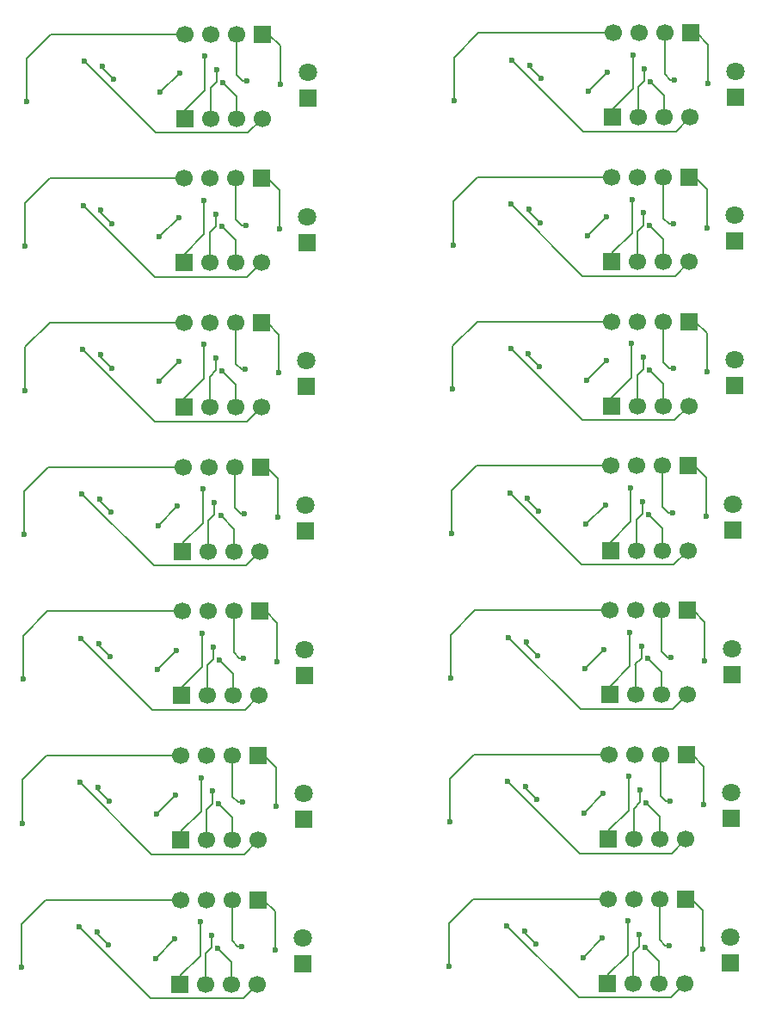
<source format=gbr>
%TF.GenerationSoftware,KiCad,Pcbnew,9.0.6*%
%TF.CreationDate,2025-12-18T22:22:39+05:30*%
%TF.ProjectId,Attiny85_USB_panel,41747469-6e79-4383-955f-5553425f7061,rev?*%
%TF.SameCoordinates,Original*%
%TF.FileFunction,Copper,L2,Bot*%
%TF.FilePolarity,Positive*%
%FSLAX46Y46*%
G04 Gerber Fmt 4.6, Leading zero omitted, Abs format (unit mm)*
G04 Created by KiCad (PCBNEW 9.0.6) date 2025-12-18 22:22:39*
%MOMM*%
%LPD*%
G01*
G04 APERTURE LIST*
%TA.AperFunction,ComponentPad*%
%ADD10R,1.800000X1.800000*%
%TD*%
%TA.AperFunction,ComponentPad*%
%ADD11C,1.800000*%
%TD*%
%TA.AperFunction,ComponentPad*%
%ADD12R,1.700000X1.700000*%
%TD*%
%TA.AperFunction,ComponentPad*%
%ADD13C,1.700000*%
%TD*%
%TA.AperFunction,ViaPad*%
%ADD14C,0.600000*%
%TD*%
%TA.AperFunction,Conductor*%
%ADD15C,0.200000*%
%TD*%
G04 APERTURE END LIST*
D10*
%TO.P,D3,1,K*%
%TO.N,GND*%
X132450000Y-150690000D03*
D11*
%TO.P,D3,2,A*%
%TO.N,Net-(D3-A)*%
X132450000Y-148150000D03*
%TD*%
D12*
%TO.P,J2,1,1Pin_4*%
%TO.N,Net-(J2-1Pin_4)*%
X85920000Y-144500000D03*
D13*
%TO.P,J2,2,Pin_3*%
%TO.N,Net-(J2-Pin_3)*%
X83380000Y-144500000D03*
%TO.P,J2,3,Pin_2*%
%TO.N,Net-(J2-Pin_2)*%
X80840000Y-144500000D03*
%TO.P,J2,4,Pin_1*%
%TO.N,+5V*%
X78300000Y-144500000D03*
%TD*%
D12*
%TO.P,J1,1,Pin_4*%
%TO.N,Net-(J1-Pin_4)*%
X78270000Y-152800000D03*
D13*
%TO.P,J1,2,Pin_3*%
%TO.N,Net-(J1-Pin_3)*%
X80810000Y-152800000D03*
%TO.P,J1,3,Pin_2*%
%TO.N,Net-(J1-Pin_2)*%
X83350000Y-152800000D03*
%TO.P,J1,4,Pin_1*%
%TO.N,GND*%
X85890000Y-152800000D03*
%TD*%
D12*
%TO.P,J2,1,1Pin_4*%
%TO.N,Net-(J2-1Pin_4)*%
X128020000Y-144400000D03*
D13*
%TO.P,J2,2,Pin_3*%
%TO.N,Net-(J2-Pin_3)*%
X125480000Y-144400000D03*
%TO.P,J2,3,Pin_2*%
%TO.N,Net-(J2-Pin_2)*%
X122940000Y-144400000D03*
%TO.P,J2,4,Pin_1*%
%TO.N,+5V*%
X120400000Y-144400000D03*
%TD*%
D12*
%TO.P,J1,1,Pin_4*%
%TO.N,Net-(J1-Pin_4)*%
X120370000Y-152700000D03*
D13*
%TO.P,J1,2,Pin_3*%
%TO.N,Net-(J1-Pin_3)*%
X122910000Y-152700000D03*
%TO.P,J1,3,Pin_2*%
%TO.N,Net-(J1-Pin_2)*%
X125450000Y-152700000D03*
%TO.P,J1,4,Pin_1*%
%TO.N,GND*%
X127990000Y-152700000D03*
%TD*%
D10*
%TO.P,D3,1,K*%
%TO.N,GND*%
X90350000Y-150790000D03*
D11*
%TO.P,D3,2,A*%
%TO.N,Net-(D3-A)*%
X90350000Y-148250000D03*
%TD*%
D10*
%TO.P,D3,1,K*%
%TO.N,GND*%
X132632000Y-122286000D03*
D11*
%TO.P,D3,2,A*%
%TO.N,Net-(D3-A)*%
X132632000Y-119746000D03*
%TD*%
D12*
%TO.P,J2,1,1Pin_4*%
%TO.N,Net-(J2-1Pin_4)*%
X128102000Y-130196000D03*
D13*
%TO.P,J2,2,Pin_3*%
%TO.N,Net-(J2-Pin_3)*%
X125562000Y-130196000D03*
%TO.P,J2,3,Pin_2*%
%TO.N,Net-(J2-Pin_2)*%
X123022000Y-130196000D03*
%TO.P,J2,4,Pin_1*%
%TO.N,+5V*%
X120482000Y-130196000D03*
%TD*%
D10*
%TO.P,D3,1,K*%
%TO.N,GND*%
X90432000Y-136586000D03*
D11*
%TO.P,D3,2,A*%
%TO.N,Net-(D3-A)*%
X90432000Y-134046000D03*
%TD*%
D12*
%TO.P,J1,1,Pin_4*%
%TO.N,Net-(J1-Pin_4)*%
X78352000Y-138596000D03*
D13*
%TO.P,J1,2,Pin_3*%
%TO.N,Net-(J1-Pin_3)*%
X80892000Y-138596000D03*
%TO.P,J1,3,Pin_2*%
%TO.N,Net-(J1-Pin_2)*%
X83432000Y-138596000D03*
%TO.P,J1,4,Pin_1*%
%TO.N,GND*%
X85972000Y-138596000D03*
%TD*%
D12*
%TO.P,J2,1,1Pin_4*%
%TO.N,Net-(J2-1Pin_4)*%
X86002000Y-130296000D03*
D13*
%TO.P,J2,2,Pin_3*%
%TO.N,Net-(J2-Pin_3)*%
X83462000Y-130296000D03*
%TO.P,J2,3,Pin_2*%
%TO.N,Net-(J2-Pin_2)*%
X80922000Y-130296000D03*
%TO.P,J2,4,Pin_1*%
%TO.N,+5V*%
X78382000Y-130296000D03*
%TD*%
D12*
%TO.P,J1,1,Pin_4*%
%TO.N,Net-(J1-Pin_4)*%
X120452000Y-138496000D03*
D13*
%TO.P,J1,2,Pin_3*%
%TO.N,Net-(J1-Pin_3)*%
X122992000Y-138496000D03*
%TO.P,J1,3,Pin_2*%
%TO.N,Net-(J1-Pin_2)*%
X125532000Y-138496000D03*
%TO.P,J1,4,Pin_1*%
%TO.N,GND*%
X128072000Y-138496000D03*
%TD*%
D10*
%TO.P,D3,1,K*%
%TO.N,GND*%
X132532000Y-136486000D03*
D11*
%TO.P,D3,2,A*%
%TO.N,Net-(D3-A)*%
X132532000Y-133946000D03*
%TD*%
D12*
%TO.P,J2,1,1Pin_4*%
%TO.N,Net-(J2-1Pin_4)*%
X86102000Y-116096000D03*
D13*
%TO.P,J2,2,Pin_3*%
%TO.N,Net-(J2-Pin_3)*%
X83562000Y-116096000D03*
%TO.P,J2,3,Pin_2*%
%TO.N,Net-(J2-Pin_2)*%
X81022000Y-116096000D03*
%TO.P,J2,4,Pin_1*%
%TO.N,+5V*%
X78482000Y-116096000D03*
%TD*%
D12*
%TO.P,J1,1,Pin_4*%
%TO.N,Net-(J1-Pin_4)*%
X78452000Y-124396000D03*
D13*
%TO.P,J1,2,Pin_3*%
%TO.N,Net-(J1-Pin_3)*%
X80992000Y-124396000D03*
%TO.P,J1,3,Pin_2*%
%TO.N,Net-(J1-Pin_2)*%
X83532000Y-124396000D03*
%TO.P,J1,4,Pin_1*%
%TO.N,GND*%
X86072000Y-124396000D03*
%TD*%
D12*
%TO.P,J2,1,1Pin_4*%
%TO.N,Net-(J2-1Pin_4)*%
X128202000Y-115996000D03*
D13*
%TO.P,J2,2,Pin_3*%
%TO.N,Net-(J2-Pin_3)*%
X125662000Y-115996000D03*
%TO.P,J2,3,Pin_2*%
%TO.N,Net-(J2-Pin_2)*%
X123122000Y-115996000D03*
%TO.P,J2,4,Pin_1*%
%TO.N,+5V*%
X120582000Y-115996000D03*
%TD*%
D12*
%TO.P,J1,1,Pin_4*%
%TO.N,Net-(J1-Pin_4)*%
X120552000Y-124296000D03*
D13*
%TO.P,J1,2,Pin_3*%
%TO.N,Net-(J1-Pin_3)*%
X123092000Y-124296000D03*
%TO.P,J1,3,Pin_2*%
%TO.N,Net-(J1-Pin_2)*%
X125632000Y-124296000D03*
%TO.P,J1,4,Pin_1*%
%TO.N,GND*%
X128172000Y-124296000D03*
%TD*%
D10*
%TO.P,D3,1,K*%
%TO.N,GND*%
X90532000Y-122386000D03*
D11*
%TO.P,D3,2,A*%
%TO.N,Net-(D3-A)*%
X90532000Y-119846000D03*
%TD*%
D10*
%TO.P,D3,1,K*%
%TO.N,GND*%
X132832000Y-93886000D03*
D11*
%TO.P,D3,2,A*%
%TO.N,Net-(D3-A)*%
X132832000Y-91346000D03*
%TD*%
D12*
%TO.P,J2,1,1Pin_4*%
%TO.N,Net-(J2-1Pin_4)*%
X128302000Y-101796000D03*
D13*
%TO.P,J2,2,Pin_3*%
%TO.N,Net-(J2-Pin_3)*%
X125762000Y-101796000D03*
%TO.P,J2,3,Pin_2*%
%TO.N,Net-(J2-Pin_2)*%
X123222000Y-101796000D03*
%TO.P,J2,4,Pin_1*%
%TO.N,+5V*%
X120682000Y-101796000D03*
%TD*%
D10*
%TO.P,D3,1,K*%
%TO.N,GND*%
X90632000Y-108186000D03*
D11*
%TO.P,D3,2,A*%
%TO.N,Net-(D3-A)*%
X90632000Y-105646000D03*
%TD*%
D12*
%TO.P,J1,1,Pin_4*%
%TO.N,Net-(J1-Pin_4)*%
X78552000Y-110196000D03*
D13*
%TO.P,J1,2,Pin_3*%
%TO.N,Net-(J1-Pin_3)*%
X81092000Y-110196000D03*
%TO.P,J1,3,Pin_2*%
%TO.N,Net-(J1-Pin_2)*%
X83632000Y-110196000D03*
%TO.P,J1,4,Pin_1*%
%TO.N,GND*%
X86172000Y-110196000D03*
%TD*%
D12*
%TO.P,J2,1,1Pin_4*%
%TO.N,Net-(J2-1Pin_4)*%
X86202000Y-101896000D03*
D13*
%TO.P,J2,2,Pin_3*%
%TO.N,Net-(J2-Pin_3)*%
X83662000Y-101896000D03*
%TO.P,J2,3,Pin_2*%
%TO.N,Net-(J2-Pin_2)*%
X81122000Y-101896000D03*
%TO.P,J2,4,Pin_1*%
%TO.N,+5V*%
X78582000Y-101896000D03*
%TD*%
D12*
%TO.P,J1,1,Pin_4*%
%TO.N,Net-(J1-Pin_4)*%
X120652000Y-110096000D03*
D13*
%TO.P,J1,2,Pin_3*%
%TO.N,Net-(J1-Pin_3)*%
X123192000Y-110096000D03*
%TO.P,J1,3,Pin_2*%
%TO.N,Net-(J1-Pin_2)*%
X125732000Y-110096000D03*
%TO.P,J1,4,Pin_1*%
%TO.N,GND*%
X128272000Y-110096000D03*
%TD*%
D10*
%TO.P,D3,1,K*%
%TO.N,GND*%
X132732000Y-108086000D03*
D11*
%TO.P,D3,2,A*%
%TO.N,Net-(D3-A)*%
X132732000Y-105546000D03*
%TD*%
D12*
%TO.P,J2,1,1Pin_4*%
%TO.N,Net-(J2-1Pin_4)*%
X86302000Y-87696000D03*
D13*
%TO.P,J2,2,Pin_3*%
%TO.N,Net-(J2-Pin_3)*%
X83762000Y-87696000D03*
%TO.P,J2,3,Pin_2*%
%TO.N,Net-(J2-Pin_2)*%
X81222000Y-87696000D03*
%TO.P,J2,4,Pin_1*%
%TO.N,+5V*%
X78682000Y-87696000D03*
%TD*%
D12*
%TO.P,J1,1,Pin_4*%
%TO.N,Net-(J1-Pin_4)*%
X78652000Y-95996000D03*
D13*
%TO.P,J1,2,Pin_3*%
%TO.N,Net-(J1-Pin_3)*%
X81192000Y-95996000D03*
%TO.P,J1,3,Pin_2*%
%TO.N,Net-(J1-Pin_2)*%
X83732000Y-95996000D03*
%TO.P,J1,4,Pin_1*%
%TO.N,GND*%
X86272000Y-95996000D03*
%TD*%
D12*
%TO.P,J2,1,1Pin_4*%
%TO.N,Net-(J2-1Pin_4)*%
X128402000Y-87596000D03*
D13*
%TO.P,J2,2,Pin_3*%
%TO.N,Net-(J2-Pin_3)*%
X125862000Y-87596000D03*
%TO.P,J2,3,Pin_2*%
%TO.N,Net-(J2-Pin_2)*%
X123322000Y-87596000D03*
%TO.P,J2,4,Pin_1*%
%TO.N,+5V*%
X120782000Y-87596000D03*
%TD*%
D12*
%TO.P,J1,1,Pin_4*%
%TO.N,Net-(J1-Pin_4)*%
X120752000Y-95896000D03*
D13*
%TO.P,J1,2,Pin_3*%
%TO.N,Net-(J1-Pin_3)*%
X123292000Y-95896000D03*
%TO.P,J1,3,Pin_2*%
%TO.N,Net-(J1-Pin_2)*%
X125832000Y-95896000D03*
%TO.P,J1,4,Pin_1*%
%TO.N,GND*%
X128372000Y-95896000D03*
%TD*%
D10*
%TO.P,D3,1,K*%
%TO.N,GND*%
X90732000Y-93986000D03*
D11*
%TO.P,D3,2,A*%
%TO.N,Net-(D3-A)*%
X90732000Y-91446000D03*
%TD*%
D10*
%TO.P,D3,1,K*%
%TO.N,GND*%
X132850000Y-79690000D03*
D11*
%TO.P,D3,2,A*%
%TO.N,Net-(D3-A)*%
X132850000Y-77150000D03*
%TD*%
D12*
%TO.P,J2,1,1Pin_4*%
%TO.N,Net-(J2-1Pin_4)*%
X86320000Y-73500000D03*
D13*
%TO.P,J2,2,Pin_3*%
%TO.N,Net-(J2-Pin_3)*%
X83780000Y-73500000D03*
%TO.P,J2,3,Pin_2*%
%TO.N,Net-(J2-Pin_2)*%
X81240000Y-73500000D03*
%TO.P,J2,4,Pin_1*%
%TO.N,+5V*%
X78700000Y-73500000D03*
%TD*%
D12*
%TO.P,J1,1,Pin_4*%
%TO.N,Net-(J1-Pin_4)*%
X78670000Y-81800000D03*
D13*
%TO.P,J1,2,Pin_3*%
%TO.N,Net-(J1-Pin_3)*%
X81210000Y-81800000D03*
%TO.P,J1,3,Pin_2*%
%TO.N,Net-(J1-Pin_2)*%
X83750000Y-81800000D03*
%TO.P,J1,4,Pin_1*%
%TO.N,GND*%
X86290000Y-81800000D03*
%TD*%
D12*
%TO.P,J2,1,1Pin_4*%
%TO.N,Net-(J2-1Pin_4)*%
X128420000Y-73400000D03*
D13*
%TO.P,J2,2,Pin_3*%
%TO.N,Net-(J2-Pin_3)*%
X125880000Y-73400000D03*
%TO.P,J2,3,Pin_2*%
%TO.N,Net-(J2-Pin_2)*%
X123340000Y-73400000D03*
%TO.P,J2,4,Pin_1*%
%TO.N,+5V*%
X120800000Y-73400000D03*
%TD*%
D12*
%TO.P,J1,1,Pin_4*%
%TO.N,Net-(J1-Pin_4)*%
X120770000Y-81700000D03*
D13*
%TO.P,J1,2,Pin_3*%
%TO.N,Net-(J1-Pin_3)*%
X123310000Y-81700000D03*
%TO.P,J1,3,Pin_2*%
%TO.N,Net-(J1-Pin_2)*%
X125850000Y-81700000D03*
%TO.P,J1,4,Pin_1*%
%TO.N,GND*%
X128390000Y-81700000D03*
%TD*%
D10*
%TO.P,D3,1,K*%
%TO.N,GND*%
X90750000Y-79790000D03*
D11*
%TO.P,D3,2,A*%
%TO.N,Net-(D3-A)*%
X90750000Y-77250000D03*
%TD*%
D12*
%TO.P,J2,1,1Pin_4*%
%TO.N,Net-(J2-1Pin_4)*%
X128520000Y-59200000D03*
D13*
%TO.P,J2,2,Pin_3*%
%TO.N,Net-(J2-Pin_3)*%
X125980000Y-59200000D03*
%TO.P,J2,3,Pin_2*%
%TO.N,Net-(J2-Pin_2)*%
X123440000Y-59200000D03*
%TO.P,J2,4,Pin_1*%
%TO.N,+5V*%
X120900000Y-59200000D03*
%TD*%
D12*
%TO.P,J1,1,Pin_4*%
%TO.N,Net-(J1-Pin_4)*%
X120870000Y-67500000D03*
D13*
%TO.P,J1,2,Pin_3*%
%TO.N,Net-(J1-Pin_3)*%
X123410000Y-67500000D03*
%TO.P,J1,3,Pin_2*%
%TO.N,Net-(J1-Pin_2)*%
X125950000Y-67500000D03*
%TO.P,J1,4,Pin_1*%
%TO.N,GND*%
X128490000Y-67500000D03*
%TD*%
D10*
%TO.P,D3,1,K*%
%TO.N,GND*%
X132950000Y-65490000D03*
D11*
%TO.P,D3,2,A*%
%TO.N,Net-(D3-A)*%
X132950000Y-62950000D03*
%TD*%
D10*
%TO.P,D3,1,K*%
%TO.N,GND*%
X90850000Y-65590000D03*
D11*
%TO.P,D3,2,A*%
%TO.N,Net-(D3-A)*%
X90850000Y-63050000D03*
%TD*%
D12*
%TO.P,J1,1,Pin_4*%
%TO.N,Net-(J1-Pin_4)*%
X78770000Y-67600000D03*
D13*
%TO.P,J1,2,Pin_3*%
%TO.N,Net-(J1-Pin_3)*%
X81310000Y-67600000D03*
%TO.P,J1,3,Pin_2*%
%TO.N,Net-(J1-Pin_2)*%
X83850000Y-67600000D03*
%TO.P,J1,4,Pin_1*%
%TO.N,GND*%
X86390000Y-67600000D03*
%TD*%
D12*
%TO.P,J2,1,1Pin_4*%
%TO.N,Net-(J2-1Pin_4)*%
X86420000Y-59300000D03*
D13*
%TO.P,J2,2,Pin_3*%
%TO.N,Net-(J2-Pin_3)*%
X83880000Y-59300000D03*
%TO.P,J2,3,Pin_2*%
%TO.N,Net-(J2-Pin_2)*%
X81340000Y-59300000D03*
%TO.P,J2,4,Pin_1*%
%TO.N,+5V*%
X78800000Y-59300000D03*
%TD*%
D14*
%TO.N,+5V*%
X104750000Y-151050000D03*
%TO.N,Net-(J1-Pin_4)*%
X122350000Y-146550000D03*
%TO.N,Net-(D2-K)*%
X112200000Y-147550000D03*
%TO.N,GND*%
X110450000Y-147050000D03*
%TO.N,Net-(J2-Pin_3)*%
X126450000Y-149000000D03*
%TO.N,Net-(D2-K)*%
X113300000Y-148850000D03*
%TO.N,Net-(J2-1Pin_4)*%
X129750000Y-149350000D03*
%TO.N,Net-(J1-Pin_3)*%
X119850000Y-148250000D03*
%TO.N,Net-(J1-Pin_2)*%
X124097536Y-149154321D03*
%TO.N,Net-(J1-Pin_3)*%
X123500000Y-147900000D03*
X117950000Y-150150000D03*
%TO.N,Net-(J2-1Pin_4)*%
X87650000Y-149450000D03*
%TO.N,Net-(J2-Pin_3)*%
X84350000Y-149100000D03*
%TO.N,Net-(J1-Pin_3)*%
X81400000Y-148000000D03*
X75850000Y-150250000D03*
%TO.N,Net-(D2-K)*%
X71200000Y-148950000D03*
%TO.N,Net-(J1-Pin_3)*%
X77750000Y-148350000D03*
%TO.N,GND*%
X68350000Y-147150000D03*
%TO.N,Net-(J1-Pin_4)*%
X80250000Y-146650000D03*
%TO.N,Net-(D2-K)*%
X70100000Y-147650000D03*
%TO.N,Net-(J1-Pin_2)*%
X81997536Y-149254321D03*
%TO.N,+5V*%
X62650000Y-151150000D03*
X104932000Y-122646000D03*
%TO.N,Net-(J1-Pin_2)*%
X82079536Y-135050321D03*
%TO.N,Net-(J1-Pin_4)*%
X122532000Y-118146000D03*
%TO.N,GND*%
X68432000Y-132946000D03*
%TO.N,Net-(J1-Pin_4)*%
X80332000Y-132446000D03*
%TO.N,Net-(D2-K)*%
X112382000Y-119146000D03*
%TO.N,GND*%
X110632000Y-118646000D03*
%TO.N,Net-(D2-K)*%
X70182000Y-133446000D03*
%TO.N,Net-(J2-Pin_3)*%
X126632000Y-120596000D03*
%TO.N,Net-(D2-K)*%
X113482000Y-120446000D03*
%TO.N,+5V*%
X62732000Y-136946000D03*
%TO.N,Net-(J2-1Pin_4)*%
X129932000Y-120946000D03*
%TO.N,Net-(J1-Pin_3)*%
X120032000Y-119846000D03*
%TO.N,Net-(J1-Pin_2)*%
X124279536Y-120750321D03*
%TO.N,Net-(J1-Pin_3)*%
X123682000Y-119496000D03*
X118132000Y-121746000D03*
X77832000Y-134146000D03*
X75932000Y-136046000D03*
%TO.N,Net-(J2-1Pin_4)*%
X129832000Y-135146000D03*
%TO.N,Net-(J1-Pin_3)*%
X119932000Y-134046000D03*
%TO.N,Net-(J1-Pin_4)*%
X122432000Y-132346000D03*
%TO.N,Net-(J1-Pin_3)*%
X118032000Y-135946000D03*
X123582000Y-133696000D03*
%TO.N,Net-(D2-K)*%
X71282000Y-134746000D03*
X112282000Y-133346000D03*
%TO.N,GND*%
X110532000Y-132846000D03*
%TO.N,Net-(J1-Pin_2)*%
X124179536Y-134950321D03*
%TO.N,Net-(J2-Pin_3)*%
X84432000Y-134896000D03*
%TO.N,Net-(J1-Pin_3)*%
X81482000Y-133796000D03*
%TO.N,Net-(J2-1Pin_4)*%
X87732000Y-135246000D03*
%TO.N,+5V*%
X104832000Y-136846000D03*
%TO.N,Net-(D2-K)*%
X113382000Y-134646000D03*
%TO.N,Net-(J2-Pin_3)*%
X126532000Y-134796000D03*
%TO.N,Net-(J2-1Pin_4)*%
X87832000Y-121046000D03*
%TO.N,Net-(J2-Pin_3)*%
X84532000Y-120696000D03*
%TO.N,Net-(J1-Pin_3)*%
X81582000Y-119596000D03*
X76032000Y-121846000D03*
%TO.N,Net-(D2-K)*%
X71382000Y-120546000D03*
%TO.N,Net-(J1-Pin_3)*%
X77932000Y-119946000D03*
%TO.N,GND*%
X68532000Y-118746000D03*
%TO.N,Net-(J1-Pin_4)*%
X80432000Y-118246000D03*
%TO.N,Net-(D2-K)*%
X70282000Y-119246000D03*
%TO.N,Net-(J1-Pin_2)*%
X82179536Y-120850321D03*
%TO.N,+5V*%
X62832000Y-122746000D03*
X105132000Y-94246000D03*
%TO.N,Net-(J1-Pin_2)*%
X82279536Y-106650321D03*
%TO.N,Net-(J1-Pin_4)*%
X122732000Y-89746000D03*
%TO.N,GND*%
X68632000Y-104546000D03*
%TO.N,Net-(J1-Pin_4)*%
X80532000Y-104046000D03*
%TO.N,Net-(D2-K)*%
X112582000Y-90746000D03*
%TO.N,GND*%
X110832000Y-90246000D03*
%TO.N,Net-(D2-K)*%
X70382000Y-105046000D03*
%TO.N,Net-(J2-Pin_3)*%
X126832000Y-92196000D03*
%TO.N,Net-(D2-K)*%
X113682000Y-92046000D03*
%TO.N,+5V*%
X62932000Y-108546000D03*
%TO.N,Net-(J2-1Pin_4)*%
X130132000Y-92546000D03*
%TO.N,Net-(J1-Pin_3)*%
X120232000Y-91446000D03*
%TO.N,Net-(J1-Pin_2)*%
X124479536Y-92350321D03*
%TO.N,Net-(J1-Pin_3)*%
X123882000Y-91096000D03*
X118332000Y-93346000D03*
X78032000Y-105746000D03*
X76132000Y-107646000D03*
%TO.N,Net-(J2-1Pin_4)*%
X130032000Y-106746000D03*
%TO.N,Net-(J1-Pin_3)*%
X120132000Y-105646000D03*
%TO.N,Net-(J1-Pin_4)*%
X122632000Y-103946000D03*
%TO.N,Net-(J1-Pin_3)*%
X118232000Y-107546000D03*
X123782000Y-105296000D03*
%TO.N,Net-(D2-K)*%
X71482000Y-106346000D03*
X112482000Y-104946000D03*
%TO.N,GND*%
X110732000Y-104446000D03*
%TO.N,Net-(J1-Pin_2)*%
X124379536Y-106550321D03*
%TO.N,Net-(J2-Pin_3)*%
X84632000Y-106496000D03*
%TO.N,Net-(J1-Pin_3)*%
X81682000Y-105396000D03*
%TO.N,Net-(J2-1Pin_4)*%
X87932000Y-106846000D03*
%TO.N,+5V*%
X105032000Y-108446000D03*
%TO.N,Net-(D2-K)*%
X113582000Y-106246000D03*
%TO.N,Net-(J2-Pin_3)*%
X126732000Y-106396000D03*
%TO.N,Net-(J2-1Pin_4)*%
X88032000Y-92646000D03*
%TO.N,Net-(J2-Pin_3)*%
X84732000Y-92296000D03*
%TO.N,Net-(J1-Pin_3)*%
X81782000Y-91196000D03*
X76232000Y-93446000D03*
%TO.N,Net-(D2-K)*%
X71582000Y-92146000D03*
%TO.N,Net-(J1-Pin_3)*%
X78132000Y-91546000D03*
%TO.N,GND*%
X68732000Y-90346000D03*
%TO.N,Net-(J1-Pin_4)*%
X80632000Y-89846000D03*
%TO.N,Net-(D2-K)*%
X70482000Y-90846000D03*
%TO.N,Net-(J1-Pin_2)*%
X82379536Y-92450321D03*
%TO.N,+5V*%
X63032000Y-94346000D03*
X105150000Y-80050000D03*
%TO.N,Net-(J1-Pin_4)*%
X122750000Y-75550000D03*
%TO.N,Net-(D2-K)*%
X112600000Y-76550000D03*
%TO.N,GND*%
X110850000Y-76050000D03*
%TO.N,Net-(J2-Pin_3)*%
X126850000Y-78000000D03*
%TO.N,Net-(D2-K)*%
X113700000Y-77850000D03*
%TO.N,Net-(J2-1Pin_4)*%
X130150000Y-78350000D03*
%TO.N,Net-(J1-Pin_3)*%
X120250000Y-77250000D03*
%TO.N,Net-(J1-Pin_2)*%
X124497536Y-78154321D03*
%TO.N,Net-(J1-Pin_3)*%
X123900000Y-76900000D03*
X118350000Y-79150000D03*
%TO.N,Net-(J2-1Pin_4)*%
X88050000Y-78450000D03*
%TO.N,Net-(J2-Pin_3)*%
X84750000Y-78100000D03*
%TO.N,Net-(J1-Pin_3)*%
X81800000Y-77000000D03*
X76250000Y-79250000D03*
%TO.N,Net-(D2-K)*%
X71600000Y-77950000D03*
%TO.N,Net-(J1-Pin_3)*%
X78150000Y-77350000D03*
%TO.N,GND*%
X68750000Y-76150000D03*
%TO.N,Net-(J1-Pin_4)*%
X80650000Y-75650000D03*
%TO.N,Net-(D2-K)*%
X70500000Y-76650000D03*
%TO.N,Net-(J1-Pin_2)*%
X82397536Y-78254321D03*
%TO.N,+5V*%
X63050000Y-80150000D03*
%TO.N,Net-(J2-1Pin_4)*%
X130250000Y-64150000D03*
%TO.N,Net-(J2-Pin_3)*%
X126950000Y-63800000D03*
%TO.N,Net-(J1-Pin_3)*%
X124000000Y-62700000D03*
X118450000Y-64950000D03*
%TO.N,Net-(D2-K)*%
X113800000Y-63650000D03*
%TO.N,Net-(J1-Pin_3)*%
X120350000Y-63050000D03*
%TO.N,GND*%
X110950000Y-61850000D03*
%TO.N,Net-(J1-Pin_4)*%
X122850000Y-61350000D03*
%TO.N,Net-(D2-K)*%
X112700000Y-62350000D03*
%TO.N,Net-(J1-Pin_2)*%
X124597536Y-63954321D03*
%TO.N,+5V*%
X105250000Y-65850000D03*
%TO.N,GND*%
X68850000Y-61950000D03*
%TO.N,+5V*%
X63150000Y-65950000D03*
%TO.N,Net-(D2-K)*%
X70600000Y-62450000D03*
X71700000Y-63750000D03*
%TO.N,Net-(J1-Pin_2)*%
X82497536Y-64054321D03*
%TO.N,Net-(J1-Pin_3)*%
X76350000Y-65050000D03*
X78250000Y-63150000D03*
X81900000Y-62800000D03*
%TO.N,Net-(J2-Pin_3)*%
X84850000Y-63900000D03*
%TO.N,Net-(J1-Pin_4)*%
X80750000Y-61450000D03*
%TO.N,Net-(J2-1Pin_4)*%
X88150000Y-64250000D03*
%TD*%
D15*
%TO.N,Net-(J2-1Pin_4)*%
X129750000Y-149350000D02*
X129750000Y-145550000D01*
%TO.N,Net-(J2-Pin_3)*%
X125480000Y-148430000D02*
X125480000Y-144400000D01*
X126450000Y-149000000D02*
X126050000Y-149000000D01*
%TO.N,Net-(J1-Pin_4)*%
X122350000Y-149900000D02*
X120370000Y-151880000D01*
X120370000Y-151880000D02*
X120370000Y-152700000D01*
X122350000Y-146550000D02*
X122350000Y-149900000D01*
%TO.N,Net-(J2-Pin_3)*%
X126050000Y-149000000D02*
X125480000Y-148430000D01*
%TO.N,Net-(J2-1Pin_4)*%
X129750000Y-145550000D02*
X128600000Y-144400000D01*
X128600000Y-144400000D02*
X128020000Y-144400000D01*
%TO.N,+5V*%
X107150000Y-144400000D02*
X120400000Y-144400000D01*
%TO.N,Net-(J2-1Pin_4)*%
X86500000Y-144500000D02*
X85920000Y-144500000D01*
%TO.N,Net-(J1-Pin_4)*%
X78270000Y-151980000D02*
X78270000Y-152800000D01*
%TO.N,Net-(J2-Pin_3)*%
X83950000Y-149100000D02*
X83380000Y-148530000D01*
X83380000Y-148530000D02*
X83380000Y-144500000D01*
%TO.N,Net-(J1-Pin_4)*%
X80250000Y-146650000D02*
X80250000Y-150000000D01*
%TO.N,Net-(J2-1Pin_4)*%
X87650000Y-149450000D02*
X87650000Y-145650000D01*
%TO.N,Net-(J2-Pin_3)*%
X84350000Y-149100000D02*
X83950000Y-149100000D01*
%TO.N,Net-(J2-1Pin_4)*%
X87650000Y-145650000D02*
X86500000Y-144500000D01*
%TO.N,Net-(J1-Pin_4)*%
X80250000Y-150000000D02*
X78270000Y-151980000D01*
%TO.N,GND*%
X75403000Y-154203000D02*
X84487000Y-154203000D01*
X84487000Y-154203000D02*
X85890000Y-152800000D01*
X68350000Y-147150000D02*
X75403000Y-154203000D01*
%TO.N,Net-(D2-K)*%
X70100000Y-147850000D02*
X70100000Y-147650000D01*
X71200000Y-148950000D02*
X70100000Y-147850000D01*
%TO.N,+5V*%
X62650000Y-146900000D02*
X65050000Y-144500000D01*
X62650000Y-151150000D02*
X62650000Y-146900000D01*
X65050000Y-144500000D02*
X78300000Y-144500000D01*
%TO.N,Net-(J1-Pin_3)*%
X80810000Y-149810000D02*
X80810000Y-152800000D01*
%TO.N,Net-(J1-Pin_2)*%
X83350000Y-150606785D02*
X83350000Y-152800000D01*
%TO.N,Net-(J1-Pin_3)*%
X81400000Y-148000000D02*
X81400000Y-149200000D01*
X80800000Y-149800000D02*
X80810000Y-149810000D01*
X81400000Y-149200000D02*
X80800000Y-149800000D01*
%TO.N,Net-(J1-Pin_2)*%
X81997536Y-149254321D02*
X83350000Y-150606785D01*
%TO.N,Net-(J1-Pin_3)*%
X77750000Y-148350000D02*
X75850000Y-150250000D01*
%TO.N,GND*%
X126587000Y-154103000D02*
X127990000Y-152700000D01*
%TO.N,+5V*%
X104750000Y-146800000D02*
X107150000Y-144400000D01*
%TO.N,GND*%
X117503000Y-154103000D02*
X126587000Y-154103000D01*
X110450000Y-147050000D02*
X117503000Y-154103000D01*
%TO.N,Net-(D2-K)*%
X112200000Y-147750000D02*
X112200000Y-147550000D01*
X113300000Y-148850000D02*
X112200000Y-147750000D01*
%TO.N,+5V*%
X104750000Y-151050000D02*
X104750000Y-146800000D01*
%TO.N,Net-(J1-Pin_3)*%
X122910000Y-149710000D02*
X122910000Y-152700000D01*
%TO.N,Net-(J1-Pin_2)*%
X125450000Y-150506785D02*
X125450000Y-152700000D01*
%TO.N,Net-(J1-Pin_3)*%
X119850000Y-148250000D02*
X117950000Y-150150000D01*
X123500000Y-149100000D02*
X122900000Y-149700000D01*
X123500000Y-147900000D02*
X123500000Y-149100000D01*
%TO.N,Net-(J1-Pin_2)*%
X124097536Y-149154321D02*
X125450000Y-150506785D01*
%TO.N,Net-(J1-Pin_3)*%
X122900000Y-149700000D02*
X122910000Y-149710000D01*
%TO.N,Net-(J2-1Pin_4)*%
X129932000Y-120946000D02*
X129932000Y-117146000D01*
%TO.N,Net-(J2-Pin_3)*%
X125662000Y-120026000D02*
X125662000Y-115996000D01*
X126632000Y-120596000D02*
X126232000Y-120596000D01*
%TO.N,Net-(J1-Pin_4)*%
X122532000Y-121496000D02*
X120552000Y-123476000D01*
X120552000Y-123476000D02*
X120552000Y-124296000D01*
X122532000Y-118146000D02*
X122532000Y-121496000D01*
%TO.N,Net-(J2-Pin_3)*%
X126232000Y-120596000D02*
X125662000Y-120026000D01*
%TO.N,Net-(J2-1Pin_4)*%
X129932000Y-117146000D02*
X128782000Y-115996000D01*
X128782000Y-115996000D02*
X128202000Y-115996000D01*
%TO.N,+5V*%
X107332000Y-115996000D02*
X120582000Y-115996000D01*
%TO.N,Net-(J2-Pin_3)*%
X84432000Y-134896000D02*
X84032000Y-134896000D01*
%TO.N,Net-(J2-1Pin_4)*%
X86582000Y-130296000D02*
X86002000Y-130296000D01*
%TO.N,Net-(J1-Pin_4)*%
X78352000Y-137776000D02*
X78352000Y-138596000D01*
X80332000Y-135796000D02*
X78352000Y-137776000D01*
%TO.N,Net-(J2-1Pin_4)*%
X87732000Y-131446000D02*
X86582000Y-130296000D01*
X87732000Y-135246000D02*
X87732000Y-131446000D01*
%TO.N,Net-(J2-Pin_3)*%
X84032000Y-134896000D02*
X83462000Y-134326000D01*
X83462000Y-134326000D02*
X83462000Y-130296000D01*
%TO.N,Net-(J1-Pin_4)*%
X80332000Y-132446000D02*
X80332000Y-135796000D01*
%TO.N,GND*%
X75485000Y-139999000D02*
X84569000Y-139999000D01*
X68432000Y-132946000D02*
X75485000Y-139999000D01*
%TO.N,Net-(D2-K)*%
X70182000Y-133646000D02*
X70182000Y-133446000D01*
%TO.N,GND*%
X84569000Y-139999000D02*
X85972000Y-138596000D01*
%TO.N,Net-(D2-K)*%
X71282000Y-134746000D02*
X70182000Y-133646000D01*
%TO.N,+5V*%
X62732000Y-136946000D02*
X62732000Y-132696000D01*
X62732000Y-132696000D02*
X65132000Y-130296000D01*
%TO.N,Net-(J1-Pin_3)*%
X80892000Y-135606000D02*
X80892000Y-138596000D01*
%TO.N,+5V*%
X65132000Y-130296000D02*
X78382000Y-130296000D01*
%TO.N,Net-(J1-Pin_2)*%
X83432000Y-136402785D02*
X83432000Y-138596000D01*
%TO.N,Net-(J1-Pin_3)*%
X81482000Y-133796000D02*
X81482000Y-134996000D01*
X123582000Y-134896000D02*
X122982000Y-135496000D01*
%TO.N,+5V*%
X104832000Y-136846000D02*
X104832000Y-132596000D01*
%TO.N,Net-(J1-Pin_2)*%
X125532000Y-136302785D02*
X125532000Y-138496000D01*
%TO.N,Net-(J1-Pin_3)*%
X119932000Y-134046000D02*
X118032000Y-135946000D01*
%TO.N,Net-(D2-K)*%
X113382000Y-134646000D02*
X112282000Y-133546000D01*
%TO.N,Net-(J1-Pin_3)*%
X122992000Y-135506000D02*
X122992000Y-138496000D01*
X77832000Y-134146000D02*
X75932000Y-136046000D01*
%TO.N,GND*%
X126669000Y-139899000D02*
X128072000Y-138496000D01*
%TO.N,Net-(J1-Pin_3)*%
X80882000Y-135596000D02*
X80892000Y-135606000D01*
X81482000Y-134996000D02*
X80882000Y-135596000D01*
%TO.N,Net-(J1-Pin_2)*%
X82079536Y-135050321D02*
X83432000Y-136402785D01*
%TO.N,Net-(D2-K)*%
X112282000Y-133546000D02*
X112282000Y-133346000D01*
%TO.N,+5V*%
X104832000Y-132596000D02*
X107232000Y-130196000D01*
%TO.N,GND*%
X110532000Y-132846000D02*
X117585000Y-139899000D01*
X117585000Y-139899000D02*
X126669000Y-139899000D01*
%TO.N,Net-(J2-Pin_3)*%
X125562000Y-134226000D02*
X125562000Y-130196000D01*
X126532000Y-134796000D02*
X126132000Y-134796000D01*
%TO.N,Net-(J2-1Pin_4)*%
X129832000Y-135146000D02*
X129832000Y-131346000D01*
X129832000Y-131346000D02*
X128682000Y-130196000D01*
%TO.N,+5V*%
X107232000Y-130196000D02*
X120482000Y-130196000D01*
%TO.N,Net-(J2-Pin_3)*%
X126132000Y-134796000D02*
X125562000Y-134226000D01*
%TO.N,Net-(J1-Pin_4)*%
X122432000Y-135696000D02*
X120452000Y-137676000D01*
%TO.N,Net-(J2-1Pin_4)*%
X128682000Y-130196000D02*
X128102000Y-130196000D01*
%TO.N,Net-(J1-Pin_4)*%
X122432000Y-132346000D02*
X122432000Y-135696000D01*
X120452000Y-137676000D02*
X120452000Y-138496000D01*
%TO.N,Net-(J1-Pin_3)*%
X123582000Y-133696000D02*
X123582000Y-134896000D01*
%TO.N,Net-(J1-Pin_2)*%
X124179536Y-134950321D02*
X125532000Y-136302785D01*
%TO.N,Net-(J1-Pin_3)*%
X122982000Y-135496000D02*
X122992000Y-135506000D01*
%TO.N,Net-(J2-1Pin_4)*%
X86682000Y-116096000D02*
X86102000Y-116096000D01*
%TO.N,Net-(J1-Pin_4)*%
X78452000Y-123576000D02*
X78452000Y-124396000D01*
%TO.N,Net-(J2-Pin_3)*%
X84132000Y-120696000D02*
X83562000Y-120126000D01*
X83562000Y-120126000D02*
X83562000Y-116096000D01*
%TO.N,Net-(J1-Pin_4)*%
X80432000Y-118246000D02*
X80432000Y-121596000D01*
%TO.N,Net-(J2-1Pin_4)*%
X87832000Y-121046000D02*
X87832000Y-117246000D01*
%TO.N,Net-(J2-Pin_3)*%
X84532000Y-120696000D02*
X84132000Y-120696000D01*
%TO.N,Net-(J2-1Pin_4)*%
X87832000Y-117246000D02*
X86682000Y-116096000D01*
%TO.N,Net-(J1-Pin_4)*%
X80432000Y-121596000D02*
X78452000Y-123576000D01*
%TO.N,GND*%
X75585000Y-125799000D02*
X84669000Y-125799000D01*
X84669000Y-125799000D02*
X86072000Y-124396000D01*
X68532000Y-118746000D02*
X75585000Y-125799000D01*
%TO.N,Net-(D2-K)*%
X70282000Y-119446000D02*
X70282000Y-119246000D01*
X71382000Y-120546000D02*
X70282000Y-119446000D01*
%TO.N,+5V*%
X62832000Y-118496000D02*
X65232000Y-116096000D01*
X62832000Y-122746000D02*
X62832000Y-118496000D01*
X65232000Y-116096000D02*
X78482000Y-116096000D01*
%TO.N,Net-(J1-Pin_3)*%
X80992000Y-121406000D02*
X80992000Y-124396000D01*
%TO.N,Net-(J1-Pin_2)*%
X83532000Y-122202785D02*
X83532000Y-124396000D01*
%TO.N,Net-(J1-Pin_3)*%
X81582000Y-119596000D02*
X81582000Y-120796000D01*
X80982000Y-121396000D02*
X80992000Y-121406000D01*
X81582000Y-120796000D02*
X80982000Y-121396000D01*
%TO.N,Net-(J1-Pin_2)*%
X82179536Y-120850321D02*
X83532000Y-122202785D01*
%TO.N,Net-(J1-Pin_3)*%
X77932000Y-119946000D02*
X76032000Y-121846000D01*
%TO.N,GND*%
X126769000Y-125699000D02*
X128172000Y-124296000D01*
%TO.N,+5V*%
X104932000Y-118396000D02*
X107332000Y-115996000D01*
%TO.N,GND*%
X117685000Y-125699000D02*
X126769000Y-125699000D01*
X110632000Y-118646000D02*
X117685000Y-125699000D01*
%TO.N,Net-(D2-K)*%
X112382000Y-119346000D02*
X112382000Y-119146000D01*
X113482000Y-120446000D02*
X112382000Y-119346000D01*
%TO.N,+5V*%
X104932000Y-122646000D02*
X104932000Y-118396000D01*
%TO.N,Net-(J1-Pin_3)*%
X123092000Y-121306000D02*
X123092000Y-124296000D01*
%TO.N,Net-(J1-Pin_2)*%
X125632000Y-122102785D02*
X125632000Y-124296000D01*
%TO.N,Net-(J1-Pin_3)*%
X120032000Y-119846000D02*
X118132000Y-121746000D01*
X123682000Y-120696000D02*
X123082000Y-121296000D01*
X123682000Y-119496000D02*
X123682000Y-120696000D01*
%TO.N,Net-(J1-Pin_2)*%
X124279536Y-120750321D02*
X125632000Y-122102785D01*
%TO.N,Net-(J1-Pin_3)*%
X123082000Y-121296000D02*
X123092000Y-121306000D01*
%TO.N,Net-(J2-1Pin_4)*%
X130132000Y-92546000D02*
X130132000Y-88746000D01*
%TO.N,Net-(J2-Pin_3)*%
X125862000Y-91626000D02*
X125862000Y-87596000D01*
X126832000Y-92196000D02*
X126432000Y-92196000D01*
%TO.N,Net-(J1-Pin_4)*%
X122732000Y-93096000D02*
X120752000Y-95076000D01*
X120752000Y-95076000D02*
X120752000Y-95896000D01*
X122732000Y-89746000D02*
X122732000Y-93096000D01*
%TO.N,Net-(J2-Pin_3)*%
X126432000Y-92196000D02*
X125862000Y-91626000D01*
%TO.N,Net-(J2-1Pin_4)*%
X130132000Y-88746000D02*
X128982000Y-87596000D01*
X128982000Y-87596000D02*
X128402000Y-87596000D01*
%TO.N,+5V*%
X107532000Y-87596000D02*
X120782000Y-87596000D01*
%TO.N,Net-(J2-Pin_3)*%
X84632000Y-106496000D02*
X84232000Y-106496000D01*
%TO.N,Net-(J2-1Pin_4)*%
X86782000Y-101896000D02*
X86202000Y-101896000D01*
%TO.N,Net-(J1-Pin_4)*%
X78552000Y-109376000D02*
X78552000Y-110196000D01*
X80532000Y-107396000D02*
X78552000Y-109376000D01*
%TO.N,Net-(J2-1Pin_4)*%
X87932000Y-103046000D02*
X86782000Y-101896000D01*
X87932000Y-106846000D02*
X87932000Y-103046000D01*
%TO.N,Net-(J2-Pin_3)*%
X84232000Y-106496000D02*
X83662000Y-105926000D01*
X83662000Y-105926000D02*
X83662000Y-101896000D01*
%TO.N,Net-(J1-Pin_4)*%
X80532000Y-104046000D02*
X80532000Y-107396000D01*
%TO.N,GND*%
X75685000Y-111599000D02*
X84769000Y-111599000D01*
X68632000Y-104546000D02*
X75685000Y-111599000D01*
%TO.N,Net-(D2-K)*%
X70382000Y-105246000D02*
X70382000Y-105046000D01*
%TO.N,GND*%
X84769000Y-111599000D02*
X86172000Y-110196000D01*
%TO.N,Net-(D2-K)*%
X71482000Y-106346000D02*
X70382000Y-105246000D01*
%TO.N,+5V*%
X62932000Y-108546000D02*
X62932000Y-104296000D01*
X62932000Y-104296000D02*
X65332000Y-101896000D01*
%TO.N,Net-(J1-Pin_3)*%
X81092000Y-107206000D02*
X81092000Y-110196000D01*
%TO.N,+5V*%
X65332000Y-101896000D02*
X78582000Y-101896000D01*
%TO.N,Net-(J1-Pin_2)*%
X83632000Y-108002785D02*
X83632000Y-110196000D01*
%TO.N,Net-(J1-Pin_3)*%
X81682000Y-105396000D02*
X81682000Y-106596000D01*
X123782000Y-106496000D02*
X123182000Y-107096000D01*
%TO.N,+5V*%
X105032000Y-108446000D02*
X105032000Y-104196000D01*
%TO.N,Net-(J1-Pin_2)*%
X125732000Y-107902785D02*
X125732000Y-110096000D01*
%TO.N,Net-(J1-Pin_3)*%
X120132000Y-105646000D02*
X118232000Y-107546000D01*
%TO.N,Net-(D2-K)*%
X113582000Y-106246000D02*
X112482000Y-105146000D01*
%TO.N,Net-(J1-Pin_3)*%
X123192000Y-107106000D02*
X123192000Y-110096000D01*
X78032000Y-105746000D02*
X76132000Y-107646000D01*
%TO.N,GND*%
X126869000Y-111499000D02*
X128272000Y-110096000D01*
%TO.N,Net-(J1-Pin_3)*%
X81082000Y-107196000D02*
X81092000Y-107206000D01*
X81682000Y-106596000D02*
X81082000Y-107196000D01*
%TO.N,Net-(J1-Pin_2)*%
X82279536Y-106650321D02*
X83632000Y-108002785D01*
%TO.N,Net-(D2-K)*%
X112482000Y-105146000D02*
X112482000Y-104946000D01*
%TO.N,+5V*%
X105032000Y-104196000D02*
X107432000Y-101796000D01*
%TO.N,GND*%
X110732000Y-104446000D02*
X117785000Y-111499000D01*
X117785000Y-111499000D02*
X126869000Y-111499000D01*
%TO.N,Net-(J2-Pin_3)*%
X125762000Y-105826000D02*
X125762000Y-101796000D01*
X126732000Y-106396000D02*
X126332000Y-106396000D01*
%TO.N,Net-(J2-1Pin_4)*%
X130032000Y-106746000D02*
X130032000Y-102946000D01*
X130032000Y-102946000D02*
X128882000Y-101796000D01*
%TO.N,+5V*%
X107432000Y-101796000D02*
X120682000Y-101796000D01*
%TO.N,Net-(J2-Pin_3)*%
X126332000Y-106396000D02*
X125762000Y-105826000D01*
%TO.N,Net-(J1-Pin_4)*%
X122632000Y-107296000D02*
X120652000Y-109276000D01*
%TO.N,Net-(J2-1Pin_4)*%
X128882000Y-101796000D02*
X128302000Y-101796000D01*
%TO.N,Net-(J1-Pin_4)*%
X122632000Y-103946000D02*
X122632000Y-107296000D01*
X120652000Y-109276000D02*
X120652000Y-110096000D01*
%TO.N,Net-(J1-Pin_3)*%
X123782000Y-105296000D02*
X123782000Y-106496000D01*
%TO.N,Net-(J1-Pin_2)*%
X124379536Y-106550321D02*
X125732000Y-107902785D01*
%TO.N,Net-(J1-Pin_3)*%
X123182000Y-107096000D02*
X123192000Y-107106000D01*
%TO.N,Net-(J2-1Pin_4)*%
X86882000Y-87696000D02*
X86302000Y-87696000D01*
%TO.N,Net-(J1-Pin_4)*%
X78652000Y-95176000D02*
X78652000Y-95996000D01*
%TO.N,Net-(J2-Pin_3)*%
X84332000Y-92296000D02*
X83762000Y-91726000D01*
X83762000Y-91726000D02*
X83762000Y-87696000D01*
%TO.N,Net-(J1-Pin_4)*%
X80632000Y-89846000D02*
X80632000Y-93196000D01*
%TO.N,Net-(J2-1Pin_4)*%
X88032000Y-92646000D02*
X88032000Y-88846000D01*
%TO.N,Net-(J2-Pin_3)*%
X84732000Y-92296000D02*
X84332000Y-92296000D01*
%TO.N,Net-(J2-1Pin_4)*%
X88032000Y-88846000D02*
X86882000Y-87696000D01*
%TO.N,Net-(J1-Pin_4)*%
X80632000Y-93196000D02*
X78652000Y-95176000D01*
%TO.N,GND*%
X75785000Y-97399000D02*
X84869000Y-97399000D01*
X84869000Y-97399000D02*
X86272000Y-95996000D01*
X68732000Y-90346000D02*
X75785000Y-97399000D01*
%TO.N,Net-(D2-K)*%
X70482000Y-91046000D02*
X70482000Y-90846000D01*
X71582000Y-92146000D02*
X70482000Y-91046000D01*
%TO.N,+5V*%
X63032000Y-90096000D02*
X65432000Y-87696000D01*
X63032000Y-94346000D02*
X63032000Y-90096000D01*
X65432000Y-87696000D02*
X78682000Y-87696000D01*
%TO.N,Net-(J1-Pin_3)*%
X81192000Y-93006000D02*
X81192000Y-95996000D01*
%TO.N,Net-(J1-Pin_2)*%
X83732000Y-93802785D02*
X83732000Y-95996000D01*
%TO.N,Net-(J1-Pin_3)*%
X81782000Y-91196000D02*
X81782000Y-92396000D01*
X81182000Y-92996000D02*
X81192000Y-93006000D01*
X81782000Y-92396000D02*
X81182000Y-92996000D01*
%TO.N,Net-(J1-Pin_2)*%
X82379536Y-92450321D02*
X83732000Y-93802785D01*
%TO.N,Net-(J1-Pin_3)*%
X78132000Y-91546000D02*
X76232000Y-93446000D01*
%TO.N,GND*%
X126969000Y-97299000D02*
X128372000Y-95896000D01*
%TO.N,+5V*%
X105132000Y-89996000D02*
X107532000Y-87596000D01*
%TO.N,GND*%
X117885000Y-97299000D02*
X126969000Y-97299000D01*
X110832000Y-90246000D02*
X117885000Y-97299000D01*
%TO.N,Net-(D2-K)*%
X112582000Y-90946000D02*
X112582000Y-90746000D01*
X113682000Y-92046000D02*
X112582000Y-90946000D01*
%TO.N,+5V*%
X105132000Y-94246000D02*
X105132000Y-89996000D01*
%TO.N,Net-(J1-Pin_3)*%
X123292000Y-92906000D02*
X123292000Y-95896000D01*
%TO.N,Net-(J1-Pin_2)*%
X125832000Y-93702785D02*
X125832000Y-95896000D01*
%TO.N,Net-(J1-Pin_3)*%
X120232000Y-91446000D02*
X118332000Y-93346000D01*
X123882000Y-92296000D02*
X123282000Y-92896000D01*
X123882000Y-91096000D02*
X123882000Y-92296000D01*
%TO.N,Net-(J1-Pin_2)*%
X124479536Y-92350321D02*
X125832000Y-93702785D01*
%TO.N,Net-(J1-Pin_3)*%
X123282000Y-92896000D02*
X123292000Y-92906000D01*
%TO.N,Net-(J2-1Pin_4)*%
X130150000Y-78350000D02*
X130150000Y-74550000D01*
%TO.N,Net-(J2-Pin_3)*%
X125880000Y-77430000D02*
X125880000Y-73400000D01*
X126850000Y-78000000D02*
X126450000Y-78000000D01*
%TO.N,Net-(J1-Pin_4)*%
X122750000Y-78900000D02*
X120770000Y-80880000D01*
X120770000Y-80880000D02*
X120770000Y-81700000D01*
X122750000Y-75550000D02*
X122750000Y-78900000D01*
%TO.N,Net-(J2-Pin_3)*%
X126450000Y-78000000D02*
X125880000Y-77430000D01*
%TO.N,Net-(J2-1Pin_4)*%
X130150000Y-74550000D02*
X129000000Y-73400000D01*
X129000000Y-73400000D02*
X128420000Y-73400000D01*
%TO.N,+5V*%
X107550000Y-73400000D02*
X120800000Y-73400000D01*
%TO.N,Net-(J2-1Pin_4)*%
X86900000Y-73500000D02*
X86320000Y-73500000D01*
%TO.N,Net-(J1-Pin_4)*%
X78670000Y-80980000D02*
X78670000Y-81800000D01*
%TO.N,Net-(J2-Pin_3)*%
X84350000Y-78100000D02*
X83780000Y-77530000D01*
X83780000Y-77530000D02*
X83780000Y-73500000D01*
%TO.N,Net-(J1-Pin_4)*%
X80650000Y-75650000D02*
X80650000Y-79000000D01*
%TO.N,Net-(J2-1Pin_4)*%
X88050000Y-78450000D02*
X88050000Y-74650000D01*
%TO.N,Net-(J2-Pin_3)*%
X84750000Y-78100000D02*
X84350000Y-78100000D01*
%TO.N,Net-(J2-1Pin_4)*%
X88050000Y-74650000D02*
X86900000Y-73500000D01*
%TO.N,Net-(J1-Pin_4)*%
X80650000Y-79000000D02*
X78670000Y-80980000D01*
%TO.N,GND*%
X75803000Y-83203000D02*
X84887000Y-83203000D01*
X84887000Y-83203000D02*
X86290000Y-81800000D01*
X68750000Y-76150000D02*
X75803000Y-83203000D01*
%TO.N,Net-(D2-K)*%
X70500000Y-76850000D02*
X70500000Y-76650000D01*
X71600000Y-77950000D02*
X70500000Y-76850000D01*
%TO.N,+5V*%
X63050000Y-75900000D02*
X65450000Y-73500000D01*
X63050000Y-80150000D02*
X63050000Y-75900000D01*
X65450000Y-73500000D02*
X78700000Y-73500000D01*
%TO.N,Net-(J1-Pin_3)*%
X81210000Y-78810000D02*
X81210000Y-81800000D01*
%TO.N,Net-(J1-Pin_2)*%
X83750000Y-79606785D02*
X83750000Y-81800000D01*
%TO.N,Net-(J1-Pin_3)*%
X81800000Y-77000000D02*
X81800000Y-78200000D01*
X81200000Y-78800000D02*
X81210000Y-78810000D01*
X81800000Y-78200000D02*
X81200000Y-78800000D01*
%TO.N,Net-(J1-Pin_2)*%
X82397536Y-78254321D02*
X83750000Y-79606785D01*
%TO.N,Net-(J1-Pin_3)*%
X78150000Y-77350000D02*
X76250000Y-79250000D01*
%TO.N,GND*%
X126987000Y-83103000D02*
X128390000Y-81700000D01*
%TO.N,+5V*%
X105150000Y-75800000D02*
X107550000Y-73400000D01*
%TO.N,GND*%
X117903000Y-83103000D02*
X126987000Y-83103000D01*
X110850000Y-76050000D02*
X117903000Y-83103000D01*
%TO.N,Net-(D2-K)*%
X112600000Y-76750000D02*
X112600000Y-76550000D01*
X113700000Y-77850000D02*
X112600000Y-76750000D01*
%TO.N,+5V*%
X105150000Y-80050000D02*
X105150000Y-75800000D01*
%TO.N,Net-(J1-Pin_3)*%
X123310000Y-78710000D02*
X123310000Y-81700000D01*
%TO.N,Net-(J1-Pin_2)*%
X125850000Y-79506785D02*
X125850000Y-81700000D01*
%TO.N,Net-(J1-Pin_3)*%
X120250000Y-77250000D02*
X118350000Y-79150000D01*
X123900000Y-78100000D02*
X123300000Y-78700000D01*
X123900000Y-76900000D02*
X123900000Y-78100000D01*
%TO.N,Net-(J1-Pin_2)*%
X124497536Y-78154321D02*
X125850000Y-79506785D01*
%TO.N,Net-(J1-Pin_3)*%
X123300000Y-78700000D02*
X123310000Y-78710000D01*
%TO.N,Net-(J2-1Pin_4)*%
X129100000Y-59200000D02*
X128520000Y-59200000D01*
%TO.N,Net-(J1-Pin_4)*%
X120870000Y-66680000D02*
X120870000Y-67500000D01*
%TO.N,Net-(J2-Pin_3)*%
X126550000Y-63800000D02*
X125980000Y-63230000D01*
X125980000Y-63230000D02*
X125980000Y-59200000D01*
%TO.N,Net-(J1-Pin_4)*%
X122850000Y-61350000D02*
X122850000Y-64700000D01*
%TO.N,Net-(J2-1Pin_4)*%
X130250000Y-64150000D02*
X130250000Y-60350000D01*
%TO.N,Net-(J2-Pin_3)*%
X126950000Y-63800000D02*
X126550000Y-63800000D01*
%TO.N,Net-(J2-1Pin_4)*%
X130250000Y-60350000D02*
X129100000Y-59200000D01*
%TO.N,Net-(J1-Pin_4)*%
X122850000Y-64700000D02*
X120870000Y-66680000D01*
%TO.N,GND*%
X118003000Y-68903000D02*
X127087000Y-68903000D01*
X127087000Y-68903000D02*
X128490000Y-67500000D01*
X110950000Y-61850000D02*
X118003000Y-68903000D01*
%TO.N,Net-(D2-K)*%
X112700000Y-62550000D02*
X112700000Y-62350000D01*
X113800000Y-63650000D02*
X112700000Y-62550000D01*
%TO.N,+5V*%
X105250000Y-61600000D02*
X107650000Y-59200000D01*
X105250000Y-65850000D02*
X105250000Y-61600000D01*
X107650000Y-59200000D02*
X120900000Y-59200000D01*
%TO.N,Net-(J1-Pin_3)*%
X123410000Y-64510000D02*
X123410000Y-67500000D01*
%TO.N,Net-(J1-Pin_2)*%
X125950000Y-65306785D02*
X125950000Y-67500000D01*
%TO.N,Net-(J1-Pin_3)*%
X124000000Y-62700000D02*
X124000000Y-63900000D01*
X123400000Y-64500000D02*
X123410000Y-64510000D01*
X124000000Y-63900000D02*
X123400000Y-64500000D01*
%TO.N,Net-(J1-Pin_2)*%
X124597536Y-63954321D02*
X125950000Y-65306785D01*
%TO.N,Net-(J1-Pin_3)*%
X120350000Y-63050000D02*
X118450000Y-64950000D01*
%TO.N,GND*%
X68850000Y-61950000D02*
X75903000Y-69003000D01*
X84987000Y-69003000D02*
X86390000Y-67600000D01*
X75903000Y-69003000D02*
X84987000Y-69003000D01*
%TO.N,+5V*%
X63150000Y-65950000D02*
X63150000Y-61700000D01*
X63150000Y-61700000D02*
X65550000Y-59300000D01*
X65550000Y-59300000D02*
X78800000Y-59300000D01*
%TO.N,Net-(D2-K)*%
X70600000Y-62650000D02*
X70600000Y-62450000D01*
X71700000Y-63750000D02*
X70600000Y-62650000D01*
%TO.N,Net-(J1-Pin_2)*%
X82497536Y-64054321D02*
X83850000Y-65406785D01*
X83850000Y-65406785D02*
X83850000Y-67600000D01*
%TO.N,Net-(J1-Pin_3)*%
X78250000Y-63150000D02*
X76350000Y-65050000D01*
X81310000Y-64610000D02*
X81310000Y-67600000D01*
X81900000Y-64000000D02*
X81300000Y-64600000D01*
X81300000Y-64600000D02*
X81310000Y-64610000D01*
X81900000Y-62800000D02*
X81900000Y-64000000D01*
%TO.N,Net-(J2-Pin_3)*%
X83880000Y-63330000D02*
X83880000Y-59300000D01*
X84850000Y-63900000D02*
X84450000Y-63900000D01*
X84450000Y-63900000D02*
X83880000Y-63330000D01*
%TO.N,Net-(J1-Pin_4)*%
X80750000Y-61450000D02*
X80750000Y-64800000D01*
X78770000Y-66780000D02*
X78770000Y-67600000D01*
X80750000Y-64800000D02*
X78770000Y-66780000D01*
%TO.N,Net-(J2-1Pin_4)*%
X88150000Y-60450000D02*
X87000000Y-59300000D01*
X87000000Y-59300000D02*
X86420000Y-59300000D01*
X88150000Y-64250000D02*
X88150000Y-60450000D01*
%TD*%
M02*

</source>
